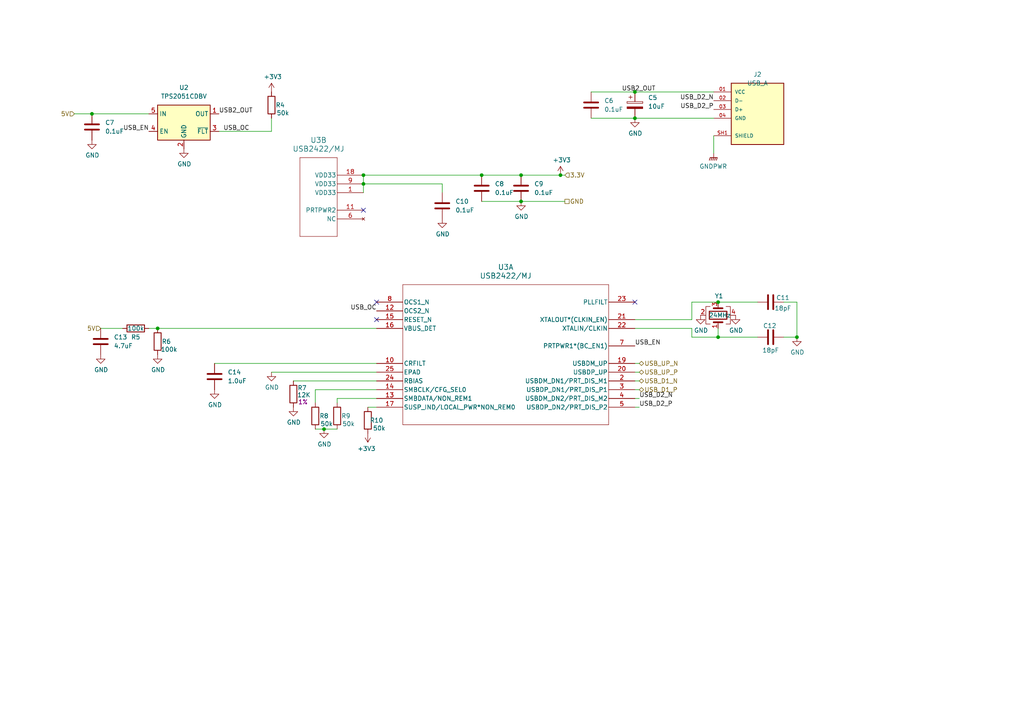
<source format=kicad_sch>
(kicad_sch (version 20250114) (generator "eeschema") (generator_version "9.0")
  (paper "A4")
  (lib_symbols
    (symbol "87583-2010BLF:87583-2010BLF" (pin_names (offset 1.016))
      (property "Reference" "J" (at -7.62 10.922 0))
      (property "Value" "87583-2010BLF" (at -7.62 -10.16 0))
      (symbol "87583-2010BLF_0_0"
        (rectangle (start -7.62 -7.62) (end 7.62 10.16) (stroke (width 0.254)) (fill (type background)))
        (pin power_in line (at -12.7 7.62 0) (length 5.08) (name "VCC") (number "01"))
        (pin bidirectional line (at -12.7 5.08 0) (length 5.08) (name "D-") (number "02"))
        (pin bidirectional line (at -12.7 2.54 0) (length 5.08) (name "D+") (number "03"))
        (pin power_in line (at -12.7 0 0) (length 5.08) (name "GND") (number "04"))
        (pin passive line (at -12.7 -5.08 0) (length 5.08) (name "SHIELD") (number "SH1"))
        (pin passive line (at -12.7 -5.08 0) (length 5.08) (hide yes) (name "SHIELD") (number "SH2"))
      )
    )
    (symbol "Device:C" (pin_numbers (hide yes)) (pin_names (offset 0.254))
      (property "Reference" "C" (at 0.635 2.54 0))
      (property "Value" "C" (at 0.635 -2.54 0))
      (symbol "C_0_1"
        (polyline (pts (xy -2.032 0.762) (xy 2.032 0.762)) (stroke (width 0.508)))
        (polyline (pts (xy -2.032 -0.762) (xy 2.032 -0.762)) (stroke (width 0.508)))
      )
      (symbol "C_1_1"
        (pin passive line (at 0 3.81 270) (length 2.794) (name "~") (number "1"))
        (pin passive line (at 0 -3.81 90) (length 2.794) (name "~") (number "2"))
      )
    )
    (symbol "Device:C_Polarized" (pin_numbers (hide yes)) (pin_names (offset 0.254))
      (property "Reference" "C" (at 0.635 2.54 0))
      (property "Value" "C_Polarized" (at 0.635 -2.54 0))
      (symbol "C_Polarized_0_1"
        (rectangle (start -2.286 0.508) (end 2.286 1.016))
        (polyline (pts (xy -1.778 2.286) (xy -0.762 2.286)))
        (polyline (pts (xy -1.27 2.794) (xy -1.27 1.778)))
        (rectangle (start 2.286 -0.508) (end -2.286 -1.016) (fill (type outline)))
      )
      (symbol "C_Polarized_1_1"
        (pin passive line (at 0 3.81 270) (length 2.794) (name "~") (number "1"))
        (pin passive line (at 0 -3.81 90) (length 2.794) (name "~") (number "2"))
      )
    )
    (symbol "Device:Crystal_GND24" (pin_names (offset 1.016) (hide yes))
      (property "Reference" "Y" (at 3.175 5.08 0))
      (property "Value" "Crystal_GND24" (at 3.175 3.175 0))
      (symbol "Crystal_GND24_0_1"
        (polyline (pts (xy -2.54 2.286) (xy -2.54 3.556) (xy 2.54 3.556) (xy 2.54 2.286)))
        (polyline (pts (xy -2.54 0) (xy -2.032 0)))
        (polyline (pts (xy -2.54 -2.286) (xy -2.54 -3.556) (xy 2.54 -3.556) (xy 2.54 -2.286)))
        (polyline (pts (xy -2.032 -1.27) (xy -2.032 1.27)) (stroke (width 0.508)))
        (rectangle (start -1.143 2.54) (end 1.143 -2.54) (stroke (width 0.3048)))
        (polyline (pts (xy 0 3.556) (xy 0 3.81)))
        (polyline (pts (xy 0 -3.81) (xy 0 -3.556)))
        (polyline (pts (xy 2.032 0) (xy 2.54 0)))
        (polyline (pts (xy 2.032 -1.27) (xy 2.032 1.27)) (stroke (width 0.508)))
      )
      (symbol "Crystal_GND24_1_1"
        (pin passive line (at -3.81 0 0) (length 1.27) (name "1") (number "1"))
        (pin passive line (at 0 5.08 270) (length 1.27) (name "2") (number "2"))
        (pin passive line (at 0 -5.08 90) (length 1.27) (name "4") (number "4"))
        (pin passive line (at 3.81 0 180) (length 1.27) (name "3") (number "3"))
      )
    )
    (symbol "Device:R" (pin_numbers (hide yes)) (pin_names (offset 0))
      (property "Reference" "R" (at 2.032 0 90))
      (property "Value" "Device_R" (at 0 0 90))
      (symbol "R_0_1"
        (rectangle (start -1.016 -2.54) (end 1.016 2.54) (stroke (width 0.254)))
      )
      (symbol "R_1_1"
        (pin passive line (at 0 3.81 270) (length 1.27) (name "~") (number "1"))
        (pin passive line (at 0 -3.81 90) (length 1.27) (name "~") (number "2"))
      )
    )
    (symbol "Power_Management:TPS2051CDBV"
      (property "Reference" "U" (at -7.62 -6.35 0))
      (property "Value" "TPS2051CDBV" (at -7.62 6.35 0))
      (symbol "TPS2051CDBV_0_1"
        (rectangle (start -7.62 5.08) (end 7.62 -5.08) (stroke (width 0.254)) (fill (type background)))
      )
      (symbol "TPS2051CDBV_1_1"
        (pin power_in line (at -10.16 2.54 0) (length 2.54) (name "IN") (number "5"))
        (pin input line (at -10.16 -2.54 0) (length 2.54) (name "EN") (number "4"))
        (pin power_in line (at 0 -7.62 90) (length 2.54) (name "GND") (number "2"))
        (pin power_out line (at 10.16 2.54 180) (length 2.54) (name "OUT") (number "1"))
        (pin open_collector line (at 10.16 -2.54 180) (length 2.54) (name "~{FLT}") (number "3"))
      )
    )
    (symbol "R_1" (pin_numbers (hide yes)) (pin_names (offset 0))
      (property "Reference" "R" (at 2.032 0 90))
      (property "Value" "R" (at 0 0 90))
      (symbol "R_1_0_1"
        (rectangle (start -1.016 -2.54) (end 1.016 2.54) (stroke (width 0.254)))
      )
      (symbol "R_1_1_1"
        (pin passive line (at 0 3.81 270) (length 1.27) (name "~") (number "1"))
        (pin passive line (at 0 -3.81 90) (length 1.27) (name "~") (number "2"))
      )
    )
    (symbol "USB2422:USB2422_MJ" (pin_names (offset 0.254))
      (property "Reference" "U" (at 37.338 10.16 0))
      (property "Value" "USB2422/MJ" (at 37.338 7.62 0))
      (symbol "USB2422_MJ_1_1"
        (polyline (pts (xy 7.62 5.08) (xy 7.62 -35.56)) (stroke (width 0.127)))
        (polyline (pts (xy 7.62 -35.56) (xy 67.31 -35.56)) (stroke (width 0.127)))
        (polyline (pts (xy 67.31 5.08) (xy 7.62 5.08)) (stroke (width 0.127)))
        (polyline (pts (xy 67.31 -35.56) (xy 67.31 5.08)) (stroke (width 0.127)))
        (pin input line (at 0 0 0) (length 7.62) (name "OCS1_N") (number "8"))
        (pin input line (at 0 -2.54 0) (length 7.62) (name "OCS2_N") (number "12"))
        (pin input line (at 0 -5.08 0) (length 7.62) (name "RESET_N") (number "15"))
        (pin input line (at 0 -7.62 0) (length 7.62) (name "VBUS_DET") (number "16"))
        (pin unspecified line (at 0 -17.78 0) (length 7.62) (name "CRFILT") (number "10"))
        (pin unspecified line (at 0 -20.32 0) (length 7.62) (name "EPAD") (number "25"))
        (pin unspecified line (at 0 -22.86 0) (length 7.62) (name "RBIAS") (number "24"))
        (pin bidirectional line (at 0 -25.4 0) (length 7.62) (name "SMBCLK/CFG_SEL0") (number "14"))
        (pin bidirectional line (at 0 -27.94 0) (length 7.62) (name "SMBDATA/NON_REM1") (number "13"))
        (pin bidirectional line (at 0 -30.48 0) (length 7.62) (name "SUSP_IND/LOCAL_PWR*NON_REM0") (number "17"))
        (pin output line (at 74.93 0 180) (length 7.62) (name "PLLFILT") (number "23"))
        (pin output line (at 74.93 -5.08 180) (length 7.62) (name "XTALOUT*(CLKIN_EN)") (number "21"))
        (pin input line (at 74.93 -7.62 180) (length 7.62) (name "XTALIN/CLKIN") (number "22"))
        (pin bidirectional line (at 74.93 -12.7 180) (length 7.62) (name "PRTPWR1*(BC_EN1)") (number "7"))
        (pin unspecified line (at 74.93 -17.78 180) (length 7.62) (name "USBDM_UP") (number "19"))
        (pin unspecified line (at 74.93 -20.32 180) (length 7.62) (name "USBDP_UP") (number "20"))
        (pin bidirectional line (at 74.93 -22.86 180) (length 7.62) (name "USBDM_DN1/PRT_DIS_M1") (number "2"))
        (pin bidirectional line (at 74.93 -25.4 180) (length 7.62) (name "USBDP_DN1/PRT_DIS_P1") (number "3"))
        (pin bidirectional line (at 74.93 -27.94 180) (length 7.62) (name "USBDM_DN2/PRT_DIS_M2") (number "4"))
        (pin bidirectional line (at 74.93 -30.48 180) (length 7.62) (name "USBDP_DN2/PRT_DIS_P2") (number "5"))
      )
      (symbol "USB2422_MJ_2_1"
        (polyline (pts (xy 7.62 5.08) (xy 7.62 -17.78)) (stroke (width 0.127)))
        (polyline (pts (xy 7.62 -17.78) (xy 33.02 -17.78)) (stroke (width 0.127)))
        (polyline (pts (xy 33.02 5.08) (xy 7.62 5.08)) (stroke (width 0.127)))
        (polyline (pts (xy 33.02 -17.78) (xy 33.02 5.08)) (stroke (width 0.127)))
        (pin no_connect line (at 0 0 0) (length 7.62) (name "NC") (number "6"))
        (pin power_in line (at 0 -2.54 0) (length 7.62) (name "PRTPWR2") (number "11"))
        (pin power_in line (at 0 -7.62 0) (length 7.62) (name "VDD33") (number "1"))
        (pin power_in line (at 0 -10.16 0) (length 7.62) (name "VDD33") (number "9"))
        (pin power_in line (at 0 -12.7 0) (length 7.62) (name "VDD33") (number "18"))
      )
    )
    (symbol "USB2422_MJ_1" (pin_names (offset 0.254))
      (property "Reference" "U" (at 13.462 9.652 0))
      (property "Value" "USB2422/MJ" (at 13.462 7.112 0))
      (symbol "USB2422_MJ_1_1_1"
        (polyline (pts (xy 7.62 5.08) (xy 7.62 -35.56)) (stroke (width 0.127)))
        (polyline (pts (xy 7.62 -35.56) (xy 67.31 -35.56)) (stroke (width 0.127)))
        (polyline (pts (xy 67.31 5.08) (xy 7.62 5.08)) (stroke (width 0.127)))
        (polyline (pts (xy 67.31 -35.56) (xy 67.31 5.08)) (stroke (width 0.127)))
        (pin input line (at 0 0 0) (length 7.62) (name "OCS1_N") (number "8"))
        (pin input line (at 0 -2.54 0) (length 7.62) (name "OCS2_N") (number "12"))
        (pin input line (at 0 -5.08 0) (length 7.62) (name "RESET_N") (number "15"))
        (pin input line (at 0 -7.62 0) (length 7.62) (name "VBUS_DET") (number "16"))
        (pin unspecified line (at 0 -17.78 0) (length 7.62) (name "CRFILT") (number "10"))
        (pin unspecified line (at 0 -20.32 0) (length 7.62) (name "EPAD") (number "25"))
        (pin unspecified line (at 0 -22.86 0) (length 7.62) (name "RBIAS") (number "24"))
        (pin bidirectional line (at 0 -25.4 0) (length 7.62) (name "SMBCLK/CFG_SEL0") (number "14"))
        (pin bidirectional line (at 0 -27.94 0) (length 7.62) (name "SMBDATA/NON_REM1") (number "13"))
        (pin bidirectional line (at 0 -30.48 0) (length 7.62) (name "SUSP_IND/LOCAL_PWR*NON_REM0") (number "17"))
        (pin output line (at 74.93 0 180) (length 7.62) (name "PLLFILT") (number "23"))
        (pin output line (at 74.93 -5.08 180) (length 7.62) (name "XTALOUT*(CLKIN_EN)") (number "21"))
        (pin input line (at 74.93 -7.62 180) (length 7.62) (name "XTALIN/CLKIN") (number "22"))
        (pin bidirectional line (at 74.93 -12.7 180) (length 7.62) (name "PRTPWR1*(BC_EN1)") (number "7"))
        (pin unspecified line (at 74.93 -17.78 180) (length 7.62) (name "USBDM_UP") (number "19"))
        (pin unspecified line (at 74.93 -20.32 180) (length 7.62) (name "USBDP_UP") (number "20"))
        (pin bidirectional line (at 74.93 -22.86 180) (length 7.62) (name "USBDM_DN1/PRT_DIS_M1") (number "2"))
        (pin bidirectional line (at 74.93 -25.4 180) (length 7.62) (name "USBDP_DN1/PRT_DIS_P1") (number "3"))
        (pin bidirectional line (at 74.93 -27.94 180) (length 7.62) (name "USBDM_DN2/PRT_DIS_M2") (number "4"))
        (pin bidirectional line (at 74.93 -30.48 180) (length 7.62) (name "USBDP_DN2/PRT_DIS_P2") (number "5"))
      )
      (symbol "USB2422_MJ_1_2_1"
        (polyline (pts (xy 7.62 5.08) (xy 7.62 -17.78)) (stroke (width 0.127)))
        (polyline (pts (xy 7.62 -17.78) (xy 18.415 -17.78)) (stroke (width 0.127)))
        (polyline (pts (xy 18.415 5.08) (xy 7.62 5.08)) (stroke (width 0.127)))
        (polyline (pts (xy 18.415 -17.78) (xy 18.415 5.08)) (stroke (width 0.127)))
        (pin no_connect line (at 0 0 0) (length 7.62) (name "NC") (number "6"))
        (pin power_in line (at 0 -2.54 0) (length 7.62) (name "PRTPWR2") (number "11"))
        (pin power_in line (at 0 -7.62 0) (length 7.62) (name "VDD33") (number "1"))
        (pin power_in line (at 0 -10.16 0) (length 7.62) (name "VDD33") (number "9"))
        (pin power_in line (at 0 -12.7 0) (length 7.62) (name "VDD33") (number "18"))
      )
    )
    (symbol "power:+3.3V" (power) (pin_names (offset 0))
      (property "Value" "power_+3.3V" (at 0 3.556 0))
      (symbol "+3.3V_0_1"
        (polyline (pts (xy -0.762 1.27) (xy 0 2.54)))
        (polyline (pts (xy 0 2.54) (xy 0.762 1.27)))
        (polyline (pts (xy 0 0) (xy 0 2.54)))
      )
      (symbol "+3.3V_1_1"
        (pin power_in line (at 0 0 90) (length 0) (hide yes) (name "+3V3") (number "1"))
      )
    )
    (symbol "power:GND" (power) (pin_names (offset 0))
      (property "Value" "power_GND" (at 0 -3.81 0))
      (symbol "GND_0_1"
        (polyline (pts (xy 0 0) (xy 0 -1.27) (xy 1.27 -1.27) (xy 0 -2.54) (xy -1.27 -1.27) (xy 0 -1.27)))
      )
      (symbol "GND_1_1"
        (pin power_in line (at 0 0 270) (length 0) (hide yes) (name "GND") (number "1"))
      )
    )
    (symbol "power:GNDPWR" (power) (pin_numbers (hide yes)) (pin_names (offset 0) (hide yes))
      (property "Value" "GNDPWR" (at 0 -3.302 0))
      (symbol "GNDPWR_0_1"
        (polyline (pts (xy -1.016 -1.27) (xy -1.27 -2.032) (xy -1.27 -2.032)) (stroke (width 0.2032)))
        (polyline (pts (xy -0.508 -1.27) (xy -0.762 -2.032) (xy -0.762 -2.032)) (stroke (width 0.2032)))
        (polyline (pts (xy 0 -1.27) (xy 0 0)))
        (polyline (pts (xy 0 -1.27) (xy -0.254 -2.032) (xy -0.254 -2.032)) (stroke (width 0.2032)))
        (polyline (pts (xy 0.508 -1.27) (xy 0.254 -2.032) (xy 0.254 -2.032)) (stroke (width 0.2032)))
        (polyline (pts (xy 1.016 -1.27) (xy -1.016 -1.27) (xy -1.016 -1.27)) (stroke (width 0.2032)))
        (polyline (pts (xy 1.016 -1.27) (xy 0.762 -2.032) (xy 0.762 -2.032) (xy 0.762 -2.032)) (stroke (width 0.2032)))
      )
      (symbol "GNDPWR_1_1"
        (pin power_in line (at 0 0 270) (length 0) (name "~") (number "1"))
      )
    )
  )
  (junction (at 184.15 34.29))
  (junction (at 45.72 95.25))
  (junction (at 162.56 50.8))
  (junction (at 184.15 26.67))
  (junction (at 93.98 124.46))
  (junction (at 105.41 50.8))
  (junction (at 105.41 53.34))
  (junction (at 151.13 58.42))
  (junction (at 139.7 50.8))
  (junction (at 26.67 33.02))
  (junction (at 208.28 87.63))
  (junction (at 208.28 97.79))
  (junction (at 231.14 97.79))
  (junction (at 151.13 50.8))
  (no_connect (at 184.15 87.63))
  (no_connect (at 109.22 92.71))
  (no_connect (at 105.41 60.96))
  (no_connect (at 109.22 87.63))
  (wire (pts (xy 184.15 110.49) (xy 185.42 110.49)))
  (wire (pts (xy 109.22 115.57) (xy 97.79 115.57)))
  (wire (pts (xy 21.59 33.02) (xy 26.67 33.02)))
  (wire (pts (xy 208.28 97.79) (xy 219.71 97.79)))
  (wire (pts (xy 184.15 95.25) (xy 200.66 95.25)))
  (wire (pts (xy 184.15 118.11) (xy 185.42 118.11)))
  (wire (pts (xy 200.66 97.79) (xy 208.28 97.79)))
  (wire (pts (xy 231.14 97.79) (xy 227.33 97.79)))
  (wire (pts (xy 231.14 87.63) (xy 231.14 97.79)))
  (wire (pts (xy 85.09 110.49) (xy 109.22 110.49)))
  (wire (pts (xy 106.68 118.11) (xy 109.22 118.11)))
  (wire (pts (xy 78.74 107.95) (xy 109.22 107.95)))
  (wire (pts (xy 200.66 95.25) (xy 200.66 97.79)))
  (wire (pts (xy 45.72 95.25) (xy 109.22 95.25)))
  (wire (pts (xy 184.15 113.03) (xy 185.42 113.03)))
  (wire (pts (xy 208.28 87.63) (xy 219.71 87.63)))
  (wire (pts (xy 63.5 38.1) (xy 78.74 38.1)))
  (wire (pts (xy 128.27 55.88) (xy 128.27 53.34)))
  (wire (pts (xy 151.13 50.8) (xy 162.56 50.8)))
  (wire (pts (xy 43.18 95.25) (xy 45.72 95.25)))
  (wire (pts (xy 184.15 105.41) (xy 185.42 105.41)))
  (wire (pts (xy 109.22 113.03) (xy 91.44 113.03)))
  (wire (pts (xy 200.66 87.63) (xy 208.28 87.63)))
  (wire (pts (xy 184.15 115.57) (xy 185.42 115.57)))
  (wire (pts (xy 91.44 124.46) (xy 93.98 124.46)))
  (wire (pts (xy 26.67 33.02) (xy 43.18 33.02)))
  (wire (pts (xy 139.7 50.8) (xy 151.13 50.8)))
  (wire (pts (xy 208.28 95.25) (xy 208.28 97.79)))
  (wire (pts (xy 105.41 50.8) (xy 139.7 50.8)))
  (wire (pts (xy 105.41 53.34) (xy 128.27 53.34)))
  (wire (pts (xy 78.74 34.29) (xy 78.74 38.1)))
  (wire (pts (xy 200.66 92.71) (xy 200.66 87.63)))
  (wire (pts (xy 97.79 115.57) (xy 97.79 116.84)))
  (wire (pts (xy 105.41 53.34) (xy 105.41 55.88)))
  (wire (pts (xy 184.15 26.67) (xy 207.01 26.67)))
  (wire (pts (xy 105.41 50.8) (xy 105.41 53.34)))
  (wire (pts (xy 207.01 39.37) (xy 207.01 44.45)))
  (wire (pts (xy 93.98 124.46) (xy 97.79 124.46)))
  (wire (pts (xy 139.7 58.42) (xy 151.13 58.42)))
  (wire (pts (xy 184.15 107.95) (xy 185.42 107.95)))
  (wire (pts (xy 151.13 58.42) (xy 163.83 58.42)))
  (wire (pts (xy 162.56 50.8) (xy 163.83 50.8)))
  (wire (pts (xy 227.33 87.63) (xy 231.14 87.63)))
  (wire (pts (xy 184.15 92.71) (xy 200.66 92.71)))
  (wire (pts (xy 91.44 113.03) (xy 91.44 116.84)))
  (wire (pts (xy 171.45 34.29) (xy 184.15 34.29)))
  (wire (pts (xy 62.23 105.41) (xy 109.22 105.41)))
  (wire (pts (xy 184.15 34.29) (xy 207.01 34.29)))
  (wire (pts (xy 171.45 26.67) (xy 184.15 26.67)))
  (wire (pts (xy 29.21 95.25) (xy 35.56 95.25)))
  (label "USB_D2_N" (at 207.01 29.21 180))
  (label "USB_D2_P" (at 207.01 31.75 180))
  (label "USB_OC" (at 64.77 38.1 0))
  (label "USB_EN" (at 184.15 100.33 0))
  (label "USB_D2_N" (at 185.42 115.57 0))
  (label "USB2_OUT" (at 63.5 33.02 0))
  (label "USB_D2_P" (at 185.42 118.11 0))
  (label "USB_EN" (at 43.18 38.1 180))
  (label "USB_OC" (at 109.22 90.17 180))
  (label "USB2_OUT" (at 180.34 26.67 0))
  (hierarchical_label "USB_UP_P" (shape bidirectional) (at 185.42 107.95 0))
  (hierarchical_label "USB_UP_N" (shape bidirectional) (at 185.42 105.41 0))
  (hierarchical_label "USB_D1_P" (shape bidirectional) (at 185.42 113.03 0))
  (hierarchical_label "5V" (shape input) (at 21.59 33.02 180))
  (hierarchical_label "GND" (shape passive) (at 163.83 58.42 0))
  (hierarchical_label "USB_D1_N" (shape bidirectional) (at 185.42 110.49 0))
  (hierarchical_label "3.3V" (shape input) (at 163.83 50.8 0))
  (hierarchical_label "5V" (shape input) (at 29.21 95.25 180))
  (symbol (lib_id "USB2422:USB2422_MJ") (at 109.22 87.63 0) (unit 1)
    (property "Reference" "U3" (at 146.685 77.47 0) (effects (font (size 1.524 1.524))))
    (property "Value" "USB2422/MJ" (at 146.685 80.01 0) (effects (font (size 1.524 1.524))))
    (property "Footprint" "library:SQFN24_4X4MC_MCH" (effects (hide yes)))
    (property "Datasheet" "USB2422/MJ" (effects (hide yes)))
  )
  (symbol (lib_id "Device:C") (at 139.7 54.61 0) (unit 1)
    (property "Reference" "C8" (at 143.51 53.3399 0) (effects (justify left)))
    (property "Value" "0.1uF" (at 143.51 55.8799 0) (effects (justify left)))
    (property "Footprint" "Capacitor_SMD:C_0603_1608Metric" (effects (hide yes)))
    (property "Description" "Unpolarized capacitor" (effects (hide yes)))
  )
  (symbol (lib_id "power:GND") (at 53.34 43.18 0) (unit 1)
    (property "Reference" "#PWR018" (effects (hide yes)))
    (property "Value" "GND" (at 53.467 47.5742 0))
  )
  (symbol (lib_id "Device:C") (at 128.27 59.69 0) (unit 1)
    (property "Reference" "C10" (at 132.08 58.4199 0) (effects (justify left)))
    (property "Value" "0.1uF" (at 132.08 60.9599 0) (effects (justify left)))
    (property "Footprint" "Capacitor_SMD:C_0603_1608Metric" (effects (hide yes)))
    (property "Description" "Unpolarized capacitor" (effects (hide yes)))
  )
  (symbol (lib_name "R_1") (lib_id "Device:R") (at 85.09 114.3 0) (unit 1)
    (property "Reference" "R7" (at 87.63 112.522 0))
    (property "Value" "12K" (at 88.138 114.554 0))
    (property "Footprint" "Resistor_SMD:R_0603_1608Metric_Pad0.98x0.95mm_HandSolder" (effects (hide yes)))
    (property "Description" "Resistor" (effects (hide yes)))
    (property "Acuary" "1%" (at 87.884 116.586 0))
  )
  (symbol (lib_id "power:GND") (at 62.23 113.03 0) (unit 1)
    (property "Reference" "#PWR030" (effects (hide yes)))
    (property "Value" "GND" (at 62.357 117.4242 0))
  )
  (symbol (lib_id "Device:C") (at 223.52 87.63 90) (unit 1)
    (property "Reference" "C11" (at 227.076 86.36 90))
    (property "Value" "18pF" (at 227.076 89.408 90))
    (property "Footprint" "Capacitor_SMD:C_0603_1608Metric" (effects (hide yes)))
    (property "Description" "Unpolarized capacitor" (effects (hide yes)))
  )
  (symbol (lib_id "Device:C") (at 62.23 109.22 0) (unit 1)
    (property "Reference" "C14" (at 66.04 107.9499 0) (effects (justify left)))
    (property "Value" "1.0uF" (at 66.04 110.4899 0) (effects (justify left)))
    (property "Footprint" "Capacitor_SMD:C_0603_1608Metric" (effects (hide yes)))
    (property "Description" "Unpolarized capacitor" (effects (hide yes)))
  )
  (symbol (lib_id "power:GND") (at 128.27 63.5 0) (unit 1)
    (property "Reference" "#PWR023" (effects (hide yes)))
    (property "Value" "GND" (at 128.397 67.8942 0))
  )
  (symbol (lib_id "Device:Crystal_GND24") (at 208.28 91.44 90) (unit 1)
    (property "Reference" "Y1" (at 208.534 85.852 90))
    (property "Value" "24MHz" (at 208.788 91.44 90))
    (property "Footprint" "Crystal:Crystal_SMD_2520-4Pin_2.5x2.0mm" (effects (hide yes)))
    (property "Description" "Four pin crystal, GND on pins 2 and 4" (effects (hide yes)))
  )
  (symbol (lib_id "power:GND") (at 85.09 118.11 0) (unit 1)
    (property "Reference" "#PWR031" (effects (hide yes)))
    (property "Value" "GND" (at 85.217 122.5042 0))
  )
  (symbol (lib_id "Device:R") (at 97.79 120.65 0) (unit 1)
    (property "Reference" "R9" (at 100.33 120.65 0))
    (property "Value" "50k" (at 101.092 122.936 0))
    (property "Footprint" "Resistor_SMD:R_0603_1608Metric_Pad0.98x0.95mm_HandSolder" (effects (hide yes)))
  )
  (symbol (lib_id "power:+3.3V") (at 162.56 50.8 0) (unit 1)
    (property "Reference" "#PWR021" (effects (hide yes)))
    (property "Value" "+3V3" (at 162.941 46.4058 0))
  )
  (symbol (lib_id "power:GND") (at 213.36 91.44 0) (unit 1)
    (property "Reference" "#PWR025" (effects (hide yes)))
    (property "Value" "GND" (at 213.487 95.8342 0))
  )
  (symbol (lib_name "USB2422_MJ_1") (lib_id "USB2422:USB2422_MJ") (at 105.41 63.5 180) (unit 2)
    (property "Reference" "U3" (at 92.3925 40.64 0) (effects (font (size 1.524 1.524))))
    (property "Value" "USB2422/MJ" (at 92.3925 43.18 0) (effects (font (size 1.524 1.524))))
    (property "Footprint" "library:SQFN24_4X4MC_MCH" (effects (hide yes)))
    (property "Datasheet" "USB2422/MJ" (effects (hide yes)))
  )
  (symbol (lib_id "87583-2010BLF:87583-2010BLF") (at 219.71 34.29 0) (unit 1)
    (property "Reference" "J2" (at 219.71 21.59 0))
    (property "Value" "USB_A" (at 219.71 24.13 0))
    (property "Footprint" "library:AMPHENOL_87583-2010BLF" (effects (hide yes)))
    (property "Description" "USB Type A connector" (effects (hide yes)))
    (property "DigiKey_Part_Number" "609-4413-ND" (effects (hide yes)))
    (property "SnapEDA_Link" "https://www.snapeda.com/parts/875832010BLF/Amphenol/view-part/?ref=snap" (effects (hide yes)))
    (property "MAXIMUM_PACKAGE_HEIGHT" "7.74mm" (effects (hide yes)))
    (property "Package" "None" (effects (hide yes)))
    (property "Check_prices" "https://www.snapeda.com/parts/875832010BLF/Amphenol/view-part/?ref=eda" (effects (hide yes)))
    (property "STANDARD" "Manufacturer Recommendations" (effects (hide yes)))
    (property "PARTREV" "AD" (effects (hide yes)))
    (property "MF" "Amphenol" (effects (hide yes)))
    (property "MP" "875832010BLF" (effects (hide yes)))
    (property "Description_1" "Case material: Thermoplastic UL94V-O; Connection (components): SMD; Connector standard: USB 2.0 type A socket; Connector type: Socket, horizontal mount; Contact material: Copper alloy; Factory colour: White; Pins: 4; Product size (length): 14.50 mm; Product size (width): 14 mm; Type (misc.): 1 Port" (effects (hide yes)))
    (property "MANUFACTURER" "Amphenol" (effects (hide yes)))
  )
  (symbol (lib_id "Device:C") (at 223.52 97.79 90) (unit 1)
    (property "Reference" "C12" (at 223.266 94.488 90))
    (property "Value" "18pF" (at 223.52 101.6 90))
    (property "Footprint" "Capacitor_SMD:C_0603_1608Metric" (effects (hide yes)))
    (property "Description" "Unpolarized capacitor" (effects (hide yes)))
  )
  (symbol (lib_id "power:GND") (at 93.98 124.46 0) (unit 1)
    (property "Reference" "#PWR032" (effects (hide yes)))
    (property "Value" "GND" (at 94.107 128.8542 0))
  )
  (symbol (lib_id "Device:C_Polarized") (at 184.15 30.48 0) (unit 1)
    (property "Reference" "C5" (at 187.96 28.3209 0) (effects (justify left)))
    (property "Value" "10uF" (at 187.96 30.8609 0) (effects (justify left)))
    (property "Footprint" "Capacitor_Tantalum_SMD:CP_EIA-3216-18_Kemet-A" (effects (hide yes)))
    (property "Description" "Polarized capacitor" (effects (hide yes)))
  )
  (symbol (lib_id "power:GND") (at 26.67 40.64 0) (unit 1)
    (property "Reference" "#PWR017" (effects (hide yes)))
    (property "Value" "GND" (at 26.797 45.0342 0))
  )
  (symbol (lib_id "Power_Management:TPS2051CDBV") (at 53.34 35.56 0) (unit 1)
    (property "Reference" "U2" (at 53.34 25.4 0))
    (property "Value" "TPS2051CDBV" (at 53.34 27.94 0))
    (property "Footprint" "Package_TO_SOT_SMD:SOT-23-5" (effects (hide yes)))
    (property "Datasheet" "https://www.ti.com/lit/ds/symlink/tps2051c.pdf" (effects (hide yes)))
    (property "Description" "0.5A Current limited power switch, single channel, output discharge, reverse blocking, SOT-23-5" (effects (hide yes)))
  )
  (symbol (lib_id "power:GND") (at 78.74 107.95 0) (unit 1)
    (property "Reference" "#PWR029" (effects (hide yes)))
    (property "Value" "GND" (at 78.867 112.3442 0))
  )
  (symbol (lib_id "Device:C") (at 171.45 30.48 0) (unit 1)
    (property "Reference" "C6" (at 175.26 29.2099 0) (effects (justify left)))
    (property "Value" "0.1uF" (at 175.26 31.7499 0) (effects (justify left)))
    (property "Footprint" "Capacitor_SMD:C_0603_1608Metric" (effects (hide yes)))
    (property "Description" "Unpolarized capacitor" (effects (hide yes)))
  )
  (symbol (lib_id "Device:C") (at 26.67 36.83 0) (unit 1)
    (property "Reference" "C7" (at 30.48 35.5599 0) (effects (justify left)))
    (property "Value" "0.1uF" (at 30.48 38.0999 0) (effects (justify left)))
    (property "Footprint" "Capacitor_SMD:C_0603_1608Metric" (effects (hide yes)))
    (property "Description" "Unpolarized capacitor" (effects (hide yes)))
  )
  (symbol (lib_id "power:+3.3V") (at 106.68 125.73 180) (unit 1)
    (property "Reference" "#PWR033" (effects (hide yes)))
    (property "Value" "+3V3" (at 106.299 130.1242 0))
  )
  (symbol (lib_id "Device:R") (at 91.44 120.65 0) (unit 1)
    (property "Reference" "R8" (at 93.98 120.65 0))
    (property "Value" "50k" (at 94.742 122.936 0))
    (property "Footprint" "Resistor_SMD:R_0603_1608Metric_Pad0.98x0.95mm_HandSolder" (effects (hide yes)))
  )
  (symbol (lib_id "power:GND") (at 203.2 91.44 0) (unit 1)
    (property "Reference" "#PWR024" (effects (hide yes)))
    (property "Value" "GND" (at 203.327 95.8342 0))
  )
  (symbol (lib_id "Device:C") (at 151.13 54.61 0) (unit 1)
    (property "Reference" "C9" (at 154.94 53.3399 0) (effects (justify left)))
    (property "Value" "0.1uF" (at 154.94 55.8799 0) (effects (justify left)))
    (property "Footprint" "Capacitor_SMD:C_0603_1608Metric" (effects (hide yes)))
    (property "Description" "Unpolarized capacitor" (effects (hide yes)))
  )
  (symbol (lib_id "Device:R") (at 45.72 99.06 0) (unit 1)
    (property "Reference" "R6" (at 48.26 99.06 0))
    (property "Value" "100k" (at 49.022 101.346 0))
    (property "Footprint" "Resistor_SMD:R_0603_1608Metric_Pad0.98x0.95mm_HandSolder" (effects (hide yes)))
  )
  (symbol (lib_id "power:GND") (at 29.21 102.87 0) (unit 1)
    (property "Reference" "#PWR027" (effects (hide yes)))
    (property "Value" "GND" (at 29.337 107.2642 0))
  )
  (symbol (lib_id "power:+3.3V") (at 78.74 26.67 0) (unit 1)
    (property "Reference" "#PWR016" (effects (hide yes)))
    (property "Value" "+3V3" (at 79.121 22.2758 0))
  )
  (symbol (lib_id "power:GND") (at 231.14 97.79 0) (unit 1)
    (property "Reference" "#PWR026" (effects (hide yes)))
    (property "Value" "GND" (at 231.267 102.1842 0))
  )
  (symbol (lib_id "Device:R") (at 78.74 30.48 0) (unit 1)
    (property "Reference" "R4" (at 81.28 30.48 0))
    (property "Value" "50k" (at 82.042 32.766 0))
    (property "Footprint" "Resistor_SMD:R_0603_1608Metric_Pad0.98x0.95mm_HandSolder" (effects (hide yes)))
  )
  (symbol (lib_id "Device:R") (at 39.37 95.25 270) (unit 1)
    (property "Reference" "R5" (at 39.37 97.79 90))
    (property "Value" "100k" (at 39.37 95.25 90))
    (property "Footprint" "Resistor_SMD:R_0603_1608Metric_Pad0.98x0.95mm_HandSolder" (effects (hide yes)))
  )
  (symbol (lib_id "power:GND") (at 45.72 102.87 0) (unit 1)
    (property "Reference" "#PWR028" (effects (hide yes)))
    (property "Value" "GND" (at 45.847 107.2642 0))
  )
  (symbol (lib_id "power:GND") (at 151.13 58.42 0) (unit 1)
    (property "Reference" "#PWR022" (effects (hide yes)))
    (property "Value" "GND" (at 151.257 62.8142 0))
  )
  (symbol (lib_id "Device:C") (at 29.21 99.06 0) (unit 1)
    (property "Reference" "C13" (at 33.02 97.7899 0) (effects (justify left)))
    (property "Value" "4.7uF" (at 33.02 100.3299 0) (effects (justify left)))
    (property "Footprint" "Capacitor_SMD:C_0603_1608Metric" (effects (hide yes)))
    (property "Description" "Unpolarized capacitor" (effects (hide yes)))
  )
  (symbol (lib_id "power:GND") (at 184.15 34.29 0) (unit 1)
    (property "Reference" "#PWR019" (effects (hide yes)))
    (property "Value" "GND" (at 184.277 38.6842 0))
  )
  (symbol (lib_id "power:GNDPWR") (at 207.01 44.45 0) (unit 1)
    (property "Reference" "#PWR020" (effects (hide yes)))
    (property "Value" "GNDPWR" (at 206.883 48.26 0))
    (property "Description" "Power symbol creates a global label with name \"GNDPWR\" , global ground" (effects (hide yes)))
  )
  (symbol (lib_id "Device:R") (at 106.68 121.92 0) (unit 1)
    (property "Reference" "R10" (at 109.22 121.92 0))
    (property "Value" "50k" (at 109.982 124.206 0))
    (property "Footprint" "Resistor_SMD:R_0603_1608Metric_Pad0.98x0.95mm_HandSolder" (effects (hide yes)))
  )
)
</source>
